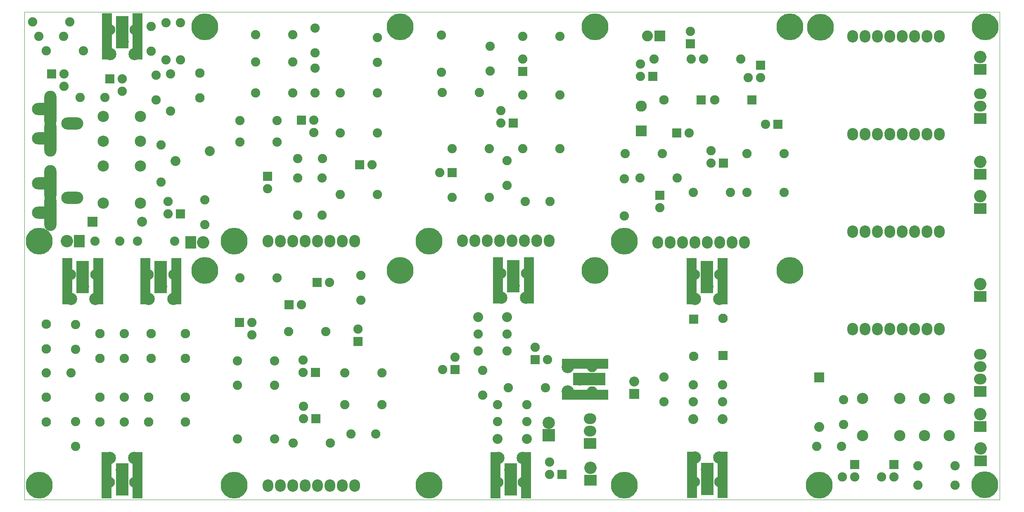
<source format=gbs>
G75*
G71*
%MOMM*%
%OFA0B0*%
%FSLAX53Y53*%
%IPPOS*%
%LPD*%
%ADD10R,2.23520X2.54000*%
%ADD11R,1.93040X1.93040*%
%ADD13R,2.23520X2.23520*%
%ADD14C,2.50698*%
%ADD16O,2.23520X2.54000*%
%ADD19O,2.23520X2.23520*%
%ADD20R,2.50698X6.60400*%
%ADD22R,2.54000X2.30800*%
%ADD32R,6.60400X2.50698*%
%ADD33C,2.28600*%
%ADD36R,2.54000X2.23520*%
%ADD37R,2.03200X9.50722*%
%ADD39C,1.90500*%
%ADD45R,2.30800X2.54000*%
%ADD51R,2.03200X2.03200*%
%ADD54C,1.93040*%
%ADD56C,0.15000*%
%ADD57O,2.54000X2.23520*%
%ADD59C,2.10820*%
%ADD60R,9.50722X2.03200*%
%ADD62C,2.03200*%
%ADD63C,2.30632*%
%ADD64C,5.50926*%
%ADD67R,2.28600X2.28600*%
%ADD72R,2.50698X2.50698*%
%ADD74O,2.54000X2.54000*%
%ADD81R,1.90500X1.90500*%
%ADD82O,4.50850X2.50698*%
%ADD83O,2.50698X7.50824*%
X0000000Y0000000D02*
G01*
D56*
D64*
X0037003Y0047000D03*
X0003000Y0003000D03*
D54*
X0033001Y0028960D03*
X0033001Y0034040D03*
X0026001Y0028960D03*
X0026001Y0034040D03*
X0015501Y0034040D03*
X0015501Y0028960D03*
X0004501Y0030960D03*
X0004501Y0036040D03*
X0004501Y0015960D03*
X0004501Y0021040D03*
X0015501Y0021039D03*
X0015501Y0015959D03*
X0025501Y0015959D03*
X0025501Y0021039D03*
X0033002Y0015959D03*
X0033002Y0021039D03*
D39*
X0020501Y0028960D03*
X0020501Y0034040D03*
X0010501Y0035940D03*
X0010501Y0030860D03*
X0010500Y0016040D03*
X0010500Y0010960D03*
X0004461Y0026000D03*
X0009541Y0026000D03*
X0020500Y0021039D03*
X0020500Y0015959D03*
D37*
X0023196Y0005001D03*
X0016871Y0005001D03*
D20*
X0020031Y0004160D03*
D14*
X0019980Y0006101D03*
D59*
X0017481Y0003601D03*
X0022482Y0003601D03*
D14*
X0022482Y0008600D03*
X0017481Y0008600D03*
D37*
X0008806Y0044799D03*
X0015131Y0044799D03*
D20*
X0011971Y0045640D03*
D14*
X0012022Y0043699D03*
D59*
X0014521Y0046199D03*
X0009520Y0046199D03*
D14*
X0009520Y0041200D03*
X0014521Y0041200D03*
D37*
X0024806Y0044799D03*
X0031131Y0044799D03*
D20*
X0027971Y0045640D03*
D14*
X0028022Y0043699D03*
D59*
X0030521Y0046199D03*
X0025520Y0046199D03*
D14*
X0025520Y0041200D03*
X0030521Y0041200D03*
X0040000Y0000000D02*
G01*
D56*
D64*
X0077003Y0047000D03*
X0043000Y0003000D03*
D39*
X0043690Y0028499D03*
X0051310Y0028499D03*
X0043690Y0012500D03*
X0051310Y0012500D03*
X0055091Y0011600D03*
X0062711Y0011600D03*
X0065692Y0026000D03*
X0073312Y0026000D03*
X0065692Y0019500D03*
X0073312Y0019500D03*
X0043690Y0023500D03*
X0051310Y0023500D03*
X0054191Y0034501D03*
X0061811Y0034501D03*
X0044191Y0045499D03*
X0051811Y0045499D03*
X0069002Y0046040D03*
X0069002Y0040960D03*
X0066962Y0013500D03*
X0072042Y0013500D03*
D81*
X0068401Y0032430D03*
D39*
X0068401Y0034970D03*
D81*
X0054231Y0040000D03*
D39*
X0056771Y0040000D03*
D81*
X0060031Y0044600D03*
D39*
X0062571Y0044600D03*
D10*
X0070261Y0002900D03*
D16*
X0067721Y0002900D03*
X0065181Y0002900D03*
X0062641Y0002900D03*
X0060101Y0002900D03*
X0057561Y0002900D03*
X0055021Y0002900D03*
X0052481Y0002900D03*
X0049941Y0002900D03*
D81*
X0059771Y0016630D03*
D39*
X0057231Y0016630D03*
X0057231Y0019170D03*
D81*
X0059671Y0026130D03*
D39*
X0057131Y0026130D03*
X0057131Y0028670D03*
D81*
X0044131Y0036370D03*
D39*
X0046671Y0036370D03*
X0046671Y0033830D03*
X0080000Y0000000D02*
G01*
D56*
D22*
X0116101Y0004030D03*
D74*
X0116101Y0006570D03*
D64*
X0117003Y0047000D03*
X0083000Y0003000D03*
D62*
X0099002Y0037501D03*
X0093002Y0037501D03*
D39*
X0099002Y0034001D03*
X0093002Y0034001D03*
X0099002Y0030501D03*
X0093002Y0030501D03*
D62*
X0097000Y0012500D03*
X0103000Y0012500D03*
D39*
X0097000Y0016000D03*
X0103000Y0016000D03*
X0097000Y0019500D03*
X0103000Y0019500D03*
X0104732Y0031270D03*
D81*
X0104732Y0028730D03*
D39*
X0107272Y0028730D03*
X0106812Y0023000D03*
X0099192Y0023000D03*
D72*
X0107500Y0013231D03*
D14*
X0107500Y0015771D03*
D39*
X0094000Y0021461D03*
X0094000Y0026541D03*
D81*
X0110272Y0005230D03*
D39*
X0107732Y0005230D03*
X0107732Y0007770D03*
X0085730Y0026731D03*
D81*
X0088270Y0026731D03*
D39*
X0088270Y0029271D03*
D60*
X0115001Y0027895D03*
X0115001Y0021570D03*
D32*
X0115842Y0024730D03*
D14*
X0113901Y0024679D03*
D59*
X0116401Y0022180D03*
X0116401Y0027181D03*
D14*
X0111402Y0027181D03*
X0111402Y0022180D03*
D37*
X0097107Y0044999D03*
X0103431Y0044999D03*
D20*
X0100272Y0045840D03*
D14*
X0100322Y0043899D03*
D59*
X0102822Y0046398D03*
X0097821Y0046398D03*
D14*
X0097821Y0041400D03*
X0102822Y0041400D03*
D37*
X0102895Y0005002D03*
X0096571Y0005002D03*
D20*
X0099731Y0004161D03*
D14*
X0099680Y0006101D03*
D59*
X0097180Y0003602D03*
X0102182Y0003602D03*
D14*
X0102182Y0008601D03*
X0097180Y0008601D03*
D36*
X0116001Y0011560D03*
D57*
X0116001Y0014100D03*
X0116001Y0016640D03*
X0120000Y0000000D02*
G01*
D56*
D64*
X0157003Y0047000D03*
X0123000Y0003000D03*
D51*
X0125032Y0021689D03*
D62*
X0125032Y0024229D03*
D11*
X0143210Y0029561D03*
D54*
X0143210Y0037181D03*
D11*
X0137201Y0037021D03*
D54*
X0137201Y0029401D03*
D39*
X0131120Y0020099D03*
X0131120Y0025179D03*
D62*
X0137170Y0016569D03*
X0143170Y0016569D03*
D39*
X0137170Y0020069D03*
X0143170Y0020069D03*
X0137170Y0023569D03*
X0143170Y0023569D03*
D37*
X0143196Y0005101D03*
X0136871Y0005101D03*
D20*
X0140031Y0004260D03*
D14*
X0139980Y0006201D03*
D59*
X0137481Y0003701D03*
X0142482Y0003701D03*
D14*
X0142482Y0008700D03*
X0137481Y0008700D03*
D37*
X0136806Y0044799D03*
X0143131Y0044799D03*
D20*
X0139971Y0045640D03*
D14*
X0140022Y0043699D03*
D59*
X0142521Y0046199D03*
X0137520Y0046199D03*
D14*
X0137520Y0041200D03*
X0142521Y0041200D03*
X0000000Y0050000D02*
G01*
D56*
D45*
X0011270Y0053000D03*
D74*
X0008730Y0053000D03*
D45*
X0034112Y0052810D03*
D74*
X0036652Y0052810D03*
D64*
X0037003Y0097000D03*
X0003000Y0053000D03*
D62*
X0038001Y0071501D03*
X0031001Y0069500D03*
D39*
X0030000Y0079690D03*
X0030000Y0087310D03*
X0028001Y0072809D03*
X0028001Y0065189D03*
X0012111Y0092100D03*
X0004491Y0092100D03*
X0029002Y0090191D03*
X0029002Y0097811D03*
X0032001Y0090191D03*
X0032001Y0097811D03*
X0001692Y0098001D03*
X0009312Y0098001D03*
X0030810Y0053000D03*
X0023190Y0053000D03*
D54*
X0036002Y0082459D03*
X0036002Y0087539D03*
D63*
X0016190Y0078636D03*
X0016190Y0073556D03*
X0016190Y0068476D03*
X0023810Y0078636D03*
X0023810Y0073556D03*
X0023810Y0068476D03*
X0016190Y0060856D03*
X0023810Y0060856D03*
D51*
X0013922Y0057001D03*
D62*
X0024082Y0057001D03*
D39*
X0027000Y0081961D03*
X0027000Y0087041D03*
X0016540Y0082500D03*
X0011460Y0082500D03*
X0026002Y0091961D03*
X0026002Y0097041D03*
X0002962Y0094999D03*
X0008042Y0094999D03*
X0019540Y0053000D03*
X0014460Y0053000D03*
X0037000Y0061539D03*
X0037000Y0056459D03*
D83*
X0005311Y0080132D03*
X0005311Y0074128D03*
D82*
X0009812Y0077130D03*
X0003812Y0074130D03*
X0003812Y0080130D03*
D83*
X0005311Y0064892D03*
X0005311Y0058888D03*
D82*
X0009812Y0061890D03*
X0003812Y0058890D03*
X0003812Y0064890D03*
D37*
X0016906Y0094999D03*
X0023231Y0094999D03*
D20*
X0020071Y0095840D03*
D14*
X0020122Y0093899D03*
D59*
X0022621Y0096399D03*
X0017620Y0096399D03*
D14*
X0017620Y0091400D03*
X0022621Y0091400D03*
D81*
X0031981Y0058588D03*
D39*
X0029441Y0058588D03*
X0029441Y0061128D03*
D81*
X0017503Y0086274D03*
D39*
X0020043Y0086274D03*
X0020043Y0083734D03*
D81*
X0005565Y0087290D03*
D39*
X0008105Y0087290D03*
X0008105Y0084750D03*
X0040000Y0050000D02*
G01*
D56*
D64*
X0077003Y0097000D03*
X0043000Y0053000D03*
D39*
X0055011Y0083401D03*
X0047391Y0083401D03*
X0051811Y0077801D03*
X0044191Y0077801D03*
X0064790Y0062601D03*
X0072410Y0062601D03*
X0072408Y0075200D03*
X0064788Y0075200D03*
X0055011Y0095400D03*
X0047391Y0095400D03*
X0055011Y0089800D03*
X0047391Y0089800D03*
X0051811Y0073399D03*
X0044191Y0073399D03*
X0072410Y0083401D03*
X0064790Y0083401D03*
X0056002Y0066010D03*
X0056002Y0058390D03*
X0061001Y0066010D03*
X0061001Y0058390D03*
X0059599Y0096741D03*
X0059599Y0091661D03*
X0059601Y0088542D03*
X0059601Y0083462D03*
X0072400Y0094740D03*
X0072400Y0089660D03*
X0056060Y0070000D03*
X0061140Y0070000D03*
D10*
X0070261Y0053000D03*
D16*
X0067721Y0053000D03*
X0065181Y0053000D03*
X0062641Y0053000D03*
X0060101Y0053000D03*
X0057561Y0053000D03*
X0055021Y0053000D03*
X0052481Y0053000D03*
X0049941Y0053000D03*
D81*
X0068731Y0068700D03*
D39*
X0071271Y0068700D03*
D81*
X0049901Y0066370D03*
D39*
X0049901Y0063830D03*
D81*
X0056831Y0077870D03*
D39*
X0059371Y0077870D03*
X0059371Y0075330D03*
X0080000Y0050000D02*
G01*
D56*
D64*
X0117003Y0097000D03*
X0083000Y0053000D03*
D39*
X0102192Y0071999D03*
X0109812Y0071999D03*
X0102192Y0094999D03*
X0109812Y0094999D03*
X0085502Y0087689D03*
X0085502Y0095309D03*
X0085692Y0083498D03*
X0093312Y0083498D03*
X0087691Y0071999D03*
X0095311Y0071999D03*
X0087691Y0061999D03*
X0095311Y0061999D03*
X0102192Y0083000D03*
X0109812Y0083000D03*
X0095501Y0087958D03*
X0095501Y0093038D03*
X0099002Y0064460D03*
X0099002Y0069540D03*
X0102662Y0061199D03*
X0107742Y0061199D03*
D10*
X0110161Y0053100D03*
D16*
X0107621Y0053100D03*
X0105081Y0053100D03*
X0102541Y0053100D03*
X0100001Y0053100D03*
X0097461Y0053100D03*
X0094921Y0053100D03*
X0092381Y0053100D03*
X0089841Y0053100D03*
D81*
X0087671Y0067100D03*
D39*
X0085131Y0067100D03*
D81*
X0102201Y0087830D03*
D39*
X0102201Y0090370D03*
D81*
X0100271Y0077230D03*
D39*
X0097731Y0077230D03*
X0097731Y0079770D03*
X0120000Y0050000D02*
G01*
D56*
D64*
X0157003Y0097000D03*
X0123000Y0053000D03*
D39*
X0126190Y0066000D03*
X0133810Y0066000D03*
X0129121Y0090338D03*
X0136741Y0090338D03*
X0139281Y0090338D03*
X0146901Y0090338D03*
X0137191Y0063000D03*
X0144811Y0063000D03*
X0123190Y0071001D03*
X0130810Y0071001D03*
X0123002Y0058189D03*
X0123002Y0065809D03*
X0148191Y0063000D03*
X0155811Y0063000D03*
X0155811Y0071001D03*
X0148191Y0071001D03*
D11*
X0149187Y0081956D03*
D54*
X0141567Y0081956D03*
D11*
X0138773Y0081956D03*
D54*
X0131153Y0081956D03*
D10*
X0150161Y0052800D03*
D16*
X0147621Y0052800D03*
X0145081Y0052800D03*
X0142541Y0052800D03*
X0140001Y0052800D03*
X0137461Y0052800D03*
X0134921Y0052800D03*
X0132381Y0052800D03*
X0129841Y0052800D03*
D13*
X0130271Y0095100D03*
D19*
X0127731Y0095100D03*
D81*
X0130301Y0062470D03*
D39*
X0130301Y0059930D03*
D81*
X0133731Y0075200D03*
D39*
X0136271Y0075200D03*
D81*
X0154471Y0077000D03*
D39*
X0151931Y0077000D03*
D67*
X0126501Y0075660D03*
D33*
X0126501Y0080740D03*
D81*
X0136601Y0093530D03*
D39*
X0136601Y0096070D03*
D81*
X0150965Y0089068D03*
D39*
X0150965Y0086528D03*
X0148425Y0086528D03*
D81*
X0128867Y0086782D03*
D39*
X0126327Y0086782D03*
X0126327Y0089322D03*
D81*
X0143345Y0069002D03*
D39*
X0140805Y0069002D03*
X0140805Y0071542D03*
X0160000Y0000000D02*
G01*
D56*
D22*
X0196000Y0088230D03*
D74*
X0196000Y0090770D03*
D22*
X0196000Y0066730D03*
D74*
X0196000Y0069270D03*
D22*
X0196000Y0059730D03*
D74*
X0196000Y0062270D03*
D22*
X0196000Y0041730D03*
D74*
X0196000Y0044270D03*
D22*
X0196000Y0015030D03*
D74*
X0196000Y0017570D03*
D22*
X0196100Y0008030D03*
D74*
X0196100Y0010570D03*
D64*
X0163200Y0096900D03*
X0196900Y0003100D03*
X0197000Y0097000D03*
X0163000Y0003000D03*
D39*
X0168000Y0020540D03*
X0168000Y0015460D03*
X0162460Y0011000D03*
X0167540Y0011000D03*
D51*
X0163000Y0025080D03*
D62*
X0163000Y0014920D03*
D10*
X0190160Y0035000D03*
D16*
X0187620Y0035000D03*
X0185080Y0035000D03*
X0182540Y0035000D03*
X0180000Y0035000D03*
X0177460Y0035000D03*
X0174920Y0035000D03*
X0172380Y0035000D03*
X0169840Y0035000D03*
D10*
X0190160Y0055000D03*
D16*
X0187620Y0055000D03*
X0185080Y0055000D03*
X0182540Y0055000D03*
X0180000Y0055000D03*
X0177460Y0055000D03*
X0174920Y0055000D03*
X0172380Y0055000D03*
X0169840Y0055000D03*
D36*
X0196000Y0022190D03*
D57*
X0196000Y0024730D03*
X0196000Y0027270D03*
X0196000Y0029810D03*
D10*
X0190160Y0075000D03*
D16*
X0187620Y0075000D03*
X0185080Y0075000D03*
X0182540Y0075000D03*
X0180000Y0075000D03*
X0177460Y0075000D03*
X0174920Y0075000D03*
X0172380Y0075000D03*
X0169840Y0075000D03*
D10*
X0190160Y0095000D03*
D16*
X0187620Y0095000D03*
X0185080Y0095000D03*
X0182540Y0095000D03*
X0180000Y0095000D03*
X0177460Y0095000D03*
X0174920Y0095000D03*
X0172380Y0095000D03*
X0169840Y0095000D03*
D81*
X0178270Y0007270D03*
D39*
X0178270Y0004730D03*
X0175730Y0004730D03*
D81*
X0170270Y0007270D03*
D39*
X0170270Y0004730D03*
X0167730Y0004730D03*
X0183190Y0003000D03*
X0190810Y0003000D03*
X0183190Y0007000D03*
X0190810Y0007000D03*
D63*
X0189636Y0020810D03*
X0184556Y0020810D03*
X0179476Y0020810D03*
X0189636Y0013190D03*
X0184556Y0013190D03*
X0179476Y0013190D03*
X0171856Y0020810D03*
X0171856Y0013190D03*
D36*
X0196000Y0078160D03*
D57*
X0196000Y0080700D03*
X0196000Y0083240D03*
%ADD10C,0.00100*%
D10*
X0000000Y0000000D02*
X0000000Y0100000D01*
X0200000Y0100000D01*
X0200000Y0000000D01*
X0000000Y0000000D01*
M02*

</source>
